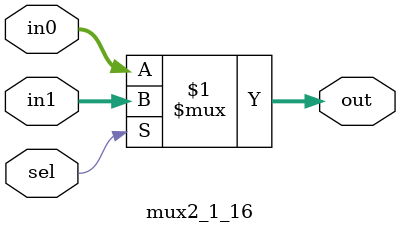
<source format=v>
module mux2_1_16 (
    input  [15:0] in0,
    input  [15:0] in1,
    input         sel,
    output [15:0] out
);

    assign out = sel ? in1 : in0;

endmodule

</source>
